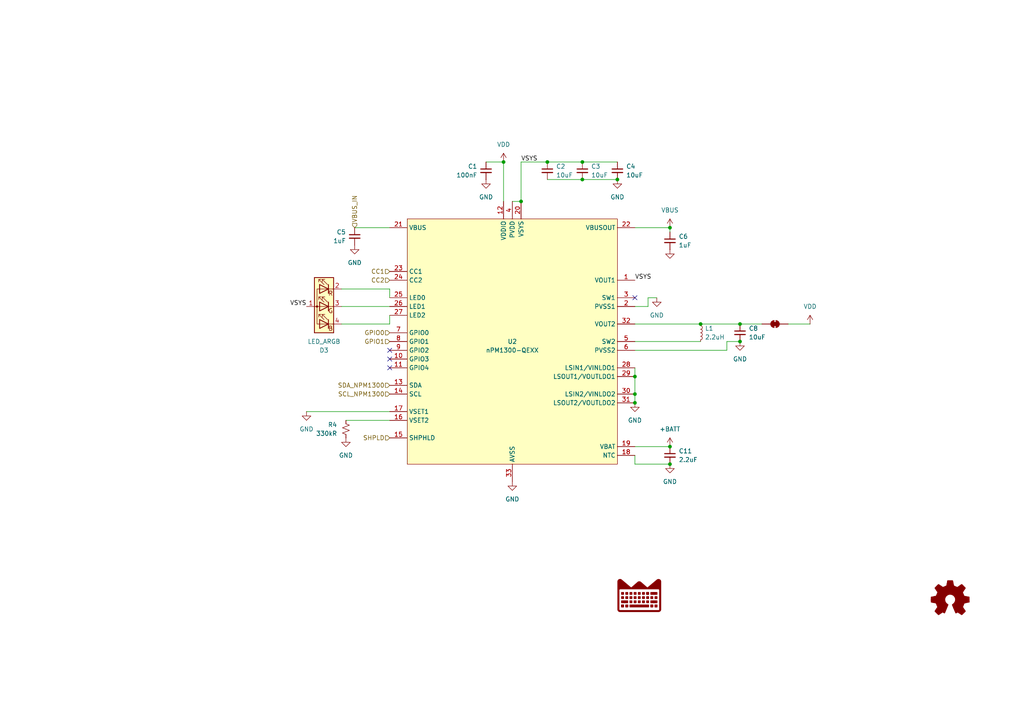
<source format=kicad_sch>
(kicad_sch (version 20250114) (generator "eeschema") (generator_version "9.0")
  (paper "A4")
  (title_block (title "RoyalBlue54L") (date "2025-01-25") (rev "0.0.1") (company "Lord's Boards"))
  (lib_symbols
    (symbol "Device:C_Small" (pin_numbers (hide yes)) (pin_names (offset 0.254) (hide yes))
      (property "Reference" "C" (at 0.254 1.778 0))
      (property "Value" "C_Small" (at 0.254 -2.032 0))
      (symbol "C_Small_1_1"
        (pin passive line (at 0 2.54 270) (length 2.032) (name "~") (number "1"))
        (pin passive line (at 0 -2.54 90) (length 2.032) (name "~") (number "2"))
      )
    )
    (symbol "Device:LED_ARGB" (pin_names (offset 0) (hide yes))
      (property "Reference" "D" (at 0 9.398 0))
      (property "Value" "LED_ARGB" (at 0 -8.89 0))
      (symbol "LED_ARGB_0_0"
        (text "R" (at -1.905 3.81 0) (effects (font (size 1.27 1.27))))
        (text "G" (at -1.905 -1.27 0) (effects (font (size 1.27 1.27))))
        (text "B" (at -1.905 -6.35 0) (effects (font (size 1.27 1.27))))
      )
      (symbol "LED_ARGB_1_1"
        (pin passive line (at -5.08 5.08 0) (length 2.54) (name "RK") (number "2"))
        (pin passive line (at -5.08 0 0) (length 2.54) (name "GK") (number "3"))
        (pin passive line (at -5.08 -5.08 0) (length 2.54) (name "BK") (number "4"))
        (pin passive line (at 5.08 0 180) (length 2.54) (name "A") (number "1"))
      )
    )
    (symbol "Device:L_Small" (pin_numbers (hide yes)) (pin_names (offset 0.254) (hide yes))
      (property "Reference" "L" (at 0.762 1.016 0))
      (property "Value" "L_Small" (at 0.762 -1.016 0))
      (symbol "L_Small_1_1"
        (pin passive line (at 0 2.54 270) (length 0.508) (name "~") (number "1"))
        (pin passive line (at 0 -2.54 90) (length 0.508) (name "~") (number "2"))
      )
    )
    (symbol "Device:R_Small_US" (pin_numbers (hide yes)) (pin_names (offset 0.254) (hide yes))
      (property "Reference" "R" (at 0.762 0.508 0))
      (property "Value" "R_Small_US" (at 0.762 -1.016 0))
      (symbol "R_Small_US_1_1"
        (pin passive line (at 0 2.54 270) (length 1.016) (name "~") (number "1"))
        (pin passive line (at 0 -2.54 90) (length 1.016) (name "~") (number "2"))
      )
    )
    (symbol "Graphic:Logo_Open_Hardware_Small" (in_bom no) (on_board no))
    (symbol "Jumper:SolderJumper_2_Bridged" (pin_numbers (hide yes)) (pin_names (offset 0) (hide yes)) (exclude_from_sim yes) (in_bom no)
      (property "Reference" "JP" (at 0 2.032 0))
      (property "Value" "SolderJumper_2_Bridged" (at 0 -2.54 0))
      (symbol "SolderJumper_2_Bridged_1_1"
        (pin passive line (at -3.81 0 0) (length 2.54) (name "A") (number "1"))
        (pin passive line (at 3.81 0 180) (length 2.54) (name "B") (number "2"))
      )
    )
    (symbol "LordsBoards-Graphic:LordsBoardsLogo" (in_bom no) (on_board no))
    (symbol "nordic-lib-kicad-npm:nPM1300-QEXX"
      (property "Reference" "U" (at 0 0 0))
      (property "Value" "nPM1300-QEXX" (at 0 -2.54 0))
      (symbol "nPM1300-QEXX_0_0"
        (pin power_in line (at -35.56 33.02 0) (length 5.08) (name "VBUS") (number "21"))
        (pin bidirectional line (at -35.56 20.32 0) (length 5.08) (name "CC1") (number "23"))
        (pin bidirectional line (at -35.56 17.78 0) (length 5.08) (name "CC2") (number "24"))
        (pin open_collector line (at -35.56 12.7 0) (length 5.08) (name "LED0") (number "25"))
        (pin open_collector line (at -35.56 10.16 0) (length 5.08) (name "LED1") (number "26"))
        (pin open_collector line (at -35.56 7.62 0) (length 5.08) (name "LED2") (number "27"))
        (pin bidirectional line (at -35.56 2.54 0) (length 5.08) (name "GPIO0") (number "7"))
        (pin bidirectional line (at -35.56 0 0) (length 5.08) (name "GPIO1") (number "8"))
        (pin bidirectional line (at -35.56 -2.54 0) (length 5.08) (name "GPIO2") (number "9"))
        (pin bidirectional line (at -35.56 -5.08 0) (length 5.08) (name "GPIO3") (number "10"))
        (pin bidirectional line (at -35.56 -7.62 0) (length 5.08) (name "GPIO4") (number "11"))
        (pin bidirectional line (at -35.56 -12.7 0) (length 5.08) (name "SDA") (number "13"))
        (pin bidirectional line (at -35.56 -15.24 0) (length 5.08) (name "SCL") (number "14"))
        (pin passive line (at -35.56 -20.32 0) (length 5.08) (name "VSET1") (number "17"))
        (pin passive line (at -35.56 -22.86 0) (length 5.08) (name "VSET2") (number "16"))
        (pin input line (at -35.56 -27.94 0) (length 5.08) (name "SHPHLD") (number "15"))
        (pin power_in line (at -2.54 40.64 270) (length 5.08) (name "VDDIO") (number "12"))
        (pin power_in line (at 0 40.64 270) (length 5.08) (name "PVDD") (number "4"))
        (pin power_in line (at 0 -40.64 90) (length 5.08) (name "AVSS") (number "33"))
        (pin power_out line (at 2.54 40.64 270) (length 5.08) (name "VSYS") (number "20"))
        (pin power_out line (at 35.56 33.02 180) (length 5.08) (name "VBUSOUT") (number "22"))
        (pin power_out line (at 35.56 17.78 180) (length 5.08) (name "VOUT1") (number "1"))
        (pin passive line (at 35.56 12.7 180) (length 5.08) (name "SW1") (number "3"))
        (pin power_out line (at 35.56 5.08 180) (length 5.08) (name "VOUT2") (number "32"))
        (pin passive line (at 35.56 0 180) (length 5.08) (name "SW2") (number "5"))
        (pin output line (at 35.56 -10.16 180) (length 5.08) (name "LSOUT1/VOUTLDO1") (number "29"))
        (pin input line (at 35.56 -15.24 180) (length 5.08) (name "LSIN2/VINLDO2") (number "30"))
        (pin output line (at 35.56 -17.78 180) (length 5.08) (name "LSOUT2/VOUTLDO2") (number "31"))
        (pin power_in line (at 35.56 -30.48 180) (length 5.08) (name "VBAT") (number "19"))
        (pin passive line (at 35.56 -33.02 180) (length 5.08) (name "NTC") (number "18"))
      )
      (symbol "nPM1300-QEXX_1_0"
        (pin power_in line (at 35.56 10.16 180) (length 5.08) (name "PVSS1") (number "2"))
        (pin power_in line (at 35.56 -2.54 180) (length 5.08) (name "PVSS2") (number "6"))
        (pin input line (at 35.56 -7.62 180) (length 5.08) (name "LSIN1/VINLDO1") (number "28"))
      )
    )
    (symbol "power:+BATT" (power) (pin_numbers (hide yes)) (pin_names (offset 0) (hide yes))
      (property "Value" "+BATT" (at 0 3.556 0))
      (symbol "+BATT_1_1"
        (pin power_in line (at 0 0 90) (length 0) (name "~") (number "1"))
      )
    )
    (symbol "power:GND" (power) (pin_numbers (hide yes)) (pin_names (offset 0) (hide yes))
      (property "Value" "GND" (at 0 -3.81 0))
      (symbol "GND_1_1"
        (pin power_in line (at 0 0 270) (length 0) (name "~") (number "1"))
      )
    )
    (symbol "power:VBUS" (power) (pin_numbers (hide yes)) (pin_names (offset 0) (hide yes))
      (property "Value" "VBUS" (at 0 3.556 0))
      (symbol "VBUS_1_1"
        (pin power_in line (at 0 0 90) (length 0) (name "~") (number "1"))
      )
    )
    (symbol "power:VDD" (power) (pin_numbers (hide yes)) (pin_names (offset 0) (hide yes))
      (property "Value" "VDD" (at 0 3.556 0))
      (symbol "VDD_1_1"
        (pin power_in line (at 0 0 90) (length 0) (name "~") (number "1"))
      )
    )
  )
  (junction (at 184.15 109.22))
  (junction (at 168.91 52.07))
  (junction (at 179.07 52.07))
  (junction (at 214.63 99.06))
  (junction (at 194.31 129.54))
  (junction (at 194.31 134.62))
  (junction (at 146.05 46.99))
  (junction (at 203.2 93.98))
  (junction (at 158.75 46.99))
  (junction (at 194.31 66.04))
  (junction (at 168.91 46.99))
  (junction (at 214.63 93.98))
  (junction (at 184.15 114.3))
  (junction (at 151.13 58.42))
  (junction (at 184.15 116.84))
  (no_connect (at 184.15 86.36))
  (no_connect (at 113.03 101.6))
  (no_connect (at 113.03 106.68))
  (no_connect (at 113.03 104.14))
  (wire (pts (xy 190.5 86.36) (xy 187.96 86.36)))
  (wire (pts (xy 184.15 106.68) (xy 184.15 109.22)))
  (wire (pts (xy 168.91 46.99) (xy 179.07 46.99)))
  (wire (pts (xy 220.98 93.98) (xy 214.63 93.98)))
  (wire (pts (xy 194.31 66.04) (xy 184.15 66.04)))
  (wire (pts (xy 187.96 88.9) (xy 184.15 88.9)))
  (wire (pts (xy 113.03 83.82) (xy 113.03 86.36)))
  (wire (pts (xy 187.96 86.36) (xy 187.96 88.9)))
  (wire (pts (xy 151.13 46.99) (xy 158.75 46.99)))
  (wire (pts (xy 100.33 121.92) (xy 113.03 121.92)))
  (wire (pts (xy 102.87 66.04) (xy 113.03 66.04)))
  (wire (pts (xy 184.15 132.08) (xy 184.15 134.62)))
  (wire (pts (xy 99.06 93.98) (xy 113.03 93.98)))
  (wire (pts (xy 113.03 93.98) (xy 113.03 91.44)))
  (wire (pts (xy 184.15 114.3) (xy 184.15 116.84)))
  (wire (pts (xy 184.15 109.22) (xy 184.15 114.3)))
  (wire (pts (xy 168.91 52.07) (xy 179.07 52.07)))
  (wire (pts (xy 151.13 46.99) (xy 151.13 58.42)))
  (wire (pts (xy 234.95 93.98) (xy 228.6 93.98)))
  (wire (pts (xy 146.05 46.99) (xy 146.05 58.42)))
  (wire (pts (xy 158.75 52.07) (xy 168.91 52.07)))
  (wire (pts (xy 146.05 46.99) (xy 140.97 46.99)))
  (wire (pts (xy 158.75 46.99) (xy 168.91 46.99)))
  (wire (pts (xy 184.15 134.62) (xy 194.31 134.62)))
  (wire (pts (xy 210.82 101.6) (xy 210.82 99.06)))
  (wire (pts (xy 194.31 66.04) (xy 194.31 67.31)))
  (wire (pts (xy 184.15 129.54) (xy 194.31 129.54)))
  (wire (pts (xy 184.15 101.6) (xy 210.82 101.6)))
  (wire (pts (xy 210.82 99.06) (xy 214.63 99.06)))
  (wire (pts (xy 99.06 83.82) (xy 113.03 83.82)))
  (wire (pts (xy 88.9 119.38) (xy 113.03 119.38)))
  (wire (pts (xy 184.15 93.98) (xy 203.2 93.98)))
  (wire (pts (xy 203.2 93.98) (xy 214.63 93.98)))
  (wire (pts (xy 99.06 88.9) (xy 113.03 88.9)))
  (wire (pts (xy 184.15 99.06) (xy 203.2 99.06)))
  (wire (pts (xy 151.13 58.42) (xy 148.59 58.42)))
  (label "VSYS" (at 184.15 81.28 0))
  (label "VSYS" (at 151.13 46.99 0))
  (label "VSYS" (at 88.9 88.9 180))
  (hierarchical_label "GPIO0" (shape input) (at 113.03 96.52 180))
  (hierarchical_label "GPIO1" (shape input) (at 113.03 99.06 180))
  (hierarchical_label "CC1" (shape input) (at 113.03 78.74 180))
  (hierarchical_label "SHPLD" (shape input) (at 113.03 127 180))
  (hierarchical_label "CC2" (shape input) (at 113.03 81.28 180))
  (hierarchical_label "SCL_NPM1300" (shape input) (at 113.03 114.3 180))
  (hierarchical_label "SDA_NPM1300" (shape input) (at 113.03 111.76 180))
  (hierarchical_label "VBUS_IN" (shape input) (at 102.87 66.04 90))
  (symbol (lib_id "Device:C_Small") (at 194.31 132.08 0) (mirror y) (unit 1)
    (property "Reference" "C11" (at 196.85 130.8162 0) (effects (justify right)))
    (property "Value" "2.2uF" (at 196.85 133.3562 0) (effects (justify right)))
    (property "Footprint" "Capacitor_SMD:C_0603_1608Metric" (effects (hide yes)))
    (property "Description" "Unpolarized capacitor, small symbol" (effects (hide yes)))
    (property "LCSC" "C23630" (effects (hide yes)))
  )
  (symbol (lib_id "power:VBUS") (at 194.31 66.04 0) (unit 1)
    (property "Reference" "#PWR041" (effects (hide yes)))
    (property "Value" "VBUS" (at 194.31 60.96 0))
    (property "Description" "Power symbol creates a global label with name \"VBUS\"" (effects (hide yes)))
  )
  (symbol (lib_id "Device:L_Small") (at 203.2 96.52 0) (unit 1)
    (property "Reference" "L1" (at 204.47 95.2499 0) (effects (justify left)))
    (property "Value" "2.2uH" (at 204.47 97.7899 0) (effects (justify left)))
    (property "Footprint" "Inductor_SMD:L_0603_1608Metric" (effects (hide yes)))
    (property "Description" "Inductor, small symbol" (effects (hide yes)))
    (property "LCSC" "C337910" (effects (hide yes)))
  )
  (symbol (lib_id "power:GND") (at 194.31 134.62 0) (mirror y) (unit 1)
    (property "Reference" "#PWR033" (effects (hide yes)))
    (property "Value" "GND" (at 194.31 139.7 0))
    (property "Description" "Power symbol creates a global label with name \"GND\" , ground" (effects (hide yes)))
  )
  (symbol (lib_id "Graphic:Logo_Open_Hardware_Small") (at 275.59 173.99 0) (unit 1) (in_bom no) (on_board no)
    (property "Reference" "#SYM4" (effects (hide yes)))
    (property "Value" "Logo_Open_Hardware_Small" (effects (hide yes)))
  )
  (symbol (lib_id "power:VDD") (at 234.95 93.98 0) (unit 1)
    (property "Reference" "#PWR021" (effects (hide yes)))
    (property "Value" "VDD" (at 234.95 88.9 0))
    (property "Description" "Power symbol creates a global label with name \"VDD\"" (effects (hide yes)))
  )
  (symbol (lib_id "power:GND") (at 179.07 52.07 0) (mirror y) (unit 1)
    (property "Reference" "#PWR017" (effects (hide yes)))
    (property "Value" "GND" (at 179.07 57.15 0))
    (property "Description" "Power symbol creates a global label with name \"GND\" , ground" (effects (hide yes)))
  )
  (symbol (lib_id "Device:C_Small") (at 102.87 68.58 0) (unit 1)
    (property "Reference" "C5" (at 100.33 67.3162 0) (effects (justify right)))
    (property "Value" "1uF" (at 100.33 69.8562 0) (effects (justify right)))
    (property "Footprint" "Capacitor_SMD:C_0603_1608Metric" (effects (hide yes)))
    (property "Description" "Unpolarized capacitor, small symbol" (effects (hide yes)))
    (property "LCSC" "C15849" (effects (hide yes)))
  )
  (symbol (lib_id "power:GND") (at 184.15 116.84 0) (mirror y) (unit 1)
    (property "Reference" "#PWR030" (effects (hide yes)))
    (property "Value" "GND" (at 184.15 121.92 0))
    (property "Description" "Power symbol creates a global label with name \"GND\" , ground" (effects (hide yes)))
  )
  (symbol (lib_id "LordsBoards-Graphic:LordsBoardsLogo") (at 185.42 172.72 0) (unit 1) (in_bom no) (on_board no)
    (property "Reference" "#SYM3" (effects (hide yes)))
  )
  (symbol (lib_id "Device:C_Small") (at 214.63 96.52 0) (mirror y) (unit 1)
    (property "Reference" "C8" (at 217.17 95.2562 0) (effects (justify right)))
    (property "Value" "10uF" (at 217.17 97.7962 0) (effects (justify right)))
    (property "Footprint" "Capacitor_SMD:C_0603_1608Metric" (effects (hide yes)))
    (property "Description" "Unpolarized capacitor, small symbol" (effects (hide yes)))
    (property "LCSC" "C96446" (effects (hide yes)))
  )
  (symbol (lib_id "power:GND") (at 214.63 99.06 0) (mirror y) (unit 1)
    (property "Reference" "#PWR022" (effects (hide yes)))
    (property "Value" "GND" (at 214.63 104.14 0))
    (property "Description" "Power symbol creates a global label with name \"GND\" , ground" (effects (hide yes)))
  )
  (symbol (lib_id "Device:LED_ARGB") (at 93.98 88.9 0) (mirror y) (unit 1)
    (property "Reference" "D3" (at 93.98 101.6 0))
    (property "Value" "LED_ARGB" (at 93.98 99.06 0))
    (property "Footprint" "LED_SMD:LED_Wurth_150044M155260" (effects (hide yes)))
    (property "Description" "RGB LED, anode/red/green/blue" (effects (hide yes)))
    (property "LCSC" "C404280" (effects (hide yes)))
  )
  (symbol (lib_id "Device:C_Small") (at 168.91 49.53 0) (mirror y) (unit 1)
    (property "Reference" "C3" (at 171.45 48.2662 0) (effects (justify right)))
    (property "Value" "10uF" (at 171.45 50.8062 0) (effects (justify right)))
    (property "Footprint" "Capacitor_SMD:C_0603_1608Metric" (effects (hide yes)))
    (property "Description" "Unpolarized capacitor, small symbol" (effects (hide yes)))
    (property "LCSC" "C96446" (effects (hide yes)))
  )
  (symbol (lib_id "power:GND") (at 102.87 71.12 0) (unit 1)
    (property "Reference" "#PWR018" (effects (hide yes)))
    (property "Value" "GND" (at 102.87 76.2 0))
    (property "Description" "Power symbol creates a global label with name \"GND\" , ground" (effects (hide yes)))
  )
  (symbol (lib_id "power:GND") (at 88.9 119.38 0) (mirror y) (unit 1)
    (property "Reference" "#PWR031" (effects (hide yes)))
    (property "Value" "GND" (at 88.9 124.46 0))
    (property "Description" "Power symbol creates a global label with name \"GND\" , ground" (effects (hide yes)))
  )
  (symbol (lib_id "Device:C_Small") (at 179.07 49.53 0) (mirror y) (unit 1)
    (property "Reference" "C4" (at 181.61 48.2662 0) (effects (justify right)))
    (property "Value" "10uF" (at 181.61 50.8062 0) (effects (justify right)))
    (property "Footprint" "Capacitor_SMD:C_0603_1608Metric" (effects (hide yes)))
    (property "Description" "Unpolarized capacitor, small symbol" (effects (hide yes)))
    (property "LCSC" "C96446" (effects (hide yes)))
  )
  (symbol (lib_id "power:+BATT") (at 194.31 129.54 0) (unit 1)
    (property "Reference" "#PWR035" (effects (hide yes)))
    (property "Value" "+BATT" (at 194.31 124.46 0))
    (property "Description" "Power symbol creates a global label with name \"+BATT\"" (effects (hide yes)))
  )
  (symbol (lib_id "Device:C_Small") (at 194.31 69.85 0) (mirror y) (unit 1)
    (property "Reference" "C6" (at 196.85 68.5862 0) (effects (justify right)))
    (property "Value" "1uF" (at 196.85 71.1262 0) (effects (justify right)))
    (property "Footprint" "Capacitor_SMD:C_0603_1608Metric" (effects (hide yes)))
    (property "Description" "Unpolarized capacitor, small symbol" (effects (hide yes)))
    (property "LCSC" "C15849" (effects (hide yes)))
  )
  (symbol (lib_id "Device:C_Small") (at 158.75 49.53 0) (mirror y) (unit 1)
    (property "Reference" "C2" (at 161.29 48.2662 0) (effects (justify right)))
    (property "Value" "10uF" (at 161.29 50.8062 0) (effects (justify right)))
    (property "Footprint" "Capacitor_SMD:C_0603_1608Metric" (effects (hide yes)))
    (property "Description" "Unpolarized capacitor, small symbol" (effects (hide yes)))
    (property "LCSC" "C96446" (effects (hide yes)))
  )
  (symbol (lib_id "power:GND") (at 140.97 52.07 0) (unit 1)
    (property "Reference" "#PWR016" (effects (hide yes)))
    (property "Value" "GND" (at 140.97 57.15 0))
    (property "Description" "Power symbol creates a global label with name \"GND\" , ground" (effects (hide yes)))
  )
  (symbol (lib_id "power:GND") (at 148.59 139.7 0) (unit 1)
    (property "Reference" "#PWR034" (effects (hide yes)))
    (property "Value" "GND" (at 148.59 144.78 0))
    (property "Description" "Power symbol creates a global label with name \"GND\" , ground" (effects (hide yes)))
  )
  (symbol (lib_id "nordic-lib-kicad-npm:nPM1300-QEXX") (at 148.59 99.06 0) (unit 1)
    (property "Reference" "U2" (at 148.59 99.06 0))
    (property "Value" "nPM1300-QEXX" (at 148.59 101.6 0))
    (property "Footprint" "Package_DFN_QFN:QFN-32-1EP_5x5mm_P0.5mm_EP3.6x3.6mm_ThermalVias" (effects (hide yes)))
    (property "Datasheet" "https://docs.nordicsemi.com/bundle/ps_npm1300" (effects (hide yes)))
    (property "Description" "PMIC, LED Driver, Battery Charger, QFN-32" (effects (hide yes)))
    (property "LCSC" "C7466043" (effects (hide yes)))
  )
  (symbol (lib_id "Device:C_Small") (at 140.97 49.53 0) (unit 1)
    (property "Reference" "C1" (at 138.43 48.2662 0) (effects (justify right)))
    (property "Value" "100nF" (at 138.43 50.8062 0) (effects (justify right)))
    (property "Footprint" "Capacitor_SMD:C_0402_1005Metric" (effects (hide yes)))
    (property "Description" "Unpolarized capacitor, small symbol" (effects (hide yes)))
    (property "LCSC" "C307331" (effects (hide yes)))
  )
  (symbol (lib_id "power:VDD") (at 146.05 46.99 0) (unit 1)
    (property "Reference" "#PWR015" (effects (hide yes)))
    (property "Value" "VDD" (at 146.05 41.91 0))
    (property "Description" "Power symbol creates a global label with name \"VDD\"" (effects (hide yes)))
  )
  (symbol (lib_id "Jumper:SolderJumper_2_Bridged") (at 224.79 93.98 0) (unit 1) (exclude_from_sim yes) (in_bom no)
    (property "Reference" "JP1" (effects (hide yes)))
    (property "Value" "SolderJumper_2_Bridged" (effects (hide yes)))
    (property "Footprint" "Jumper:SolderJumper-2_P1.3mm_Bridged_RoundedPad1.0x1.5mm" (effects (hide yes)))
    (property "Description" "Solder Jumper, 2-pole, closed/bridged" (effects (hide yes)))
  )
  (symbol (lib_id "Device:R_Small_US") (at 100.33 124.46 0) (unit 1)
    (property "Reference" "R4" (at 97.79 123.1899 0) (effects (justify right)))
    (property "Value" "330kR" (at 97.79 125.7299 0) (effects (justify right)))
    (property "Footprint" "Resistor_SMD:R_0402_1005Metric" (effects (hide yes)))
    (property "Description" "Resistor, small US symbol" (effects (hide yes)))
    (property "LCSC" "C25778" (effects (hide yes)))
  )
  (symbol (lib_id "power:GND") (at 190.5 86.36 0) (mirror y) (unit 1)
    (property "Reference" "#PWR020" (effects (hide yes)))
    (property "Value" "GND" (at 190.5 91.44 0))
    (property "Description" "Power symbol creates a global label with name \"GND\" , ground" (effects (hide yes)))
  )
  (symbol (lib_id "power:GND") (at 194.31 72.39 0) (mirror y) (unit 1)
    (property "Reference" "#PWR019" (effects (hide yes)))
    (property "Value" "GND" (effects (hide yes)))
    (property "Description" "Power symbol creates a global label with name \"GND\" , ground" (effects (hide yes)))
  )
  (symbol (lib_id "power:GND") (at 100.33 127 0) (unit 1)
    (property "Reference" "#PWR032" (effects (hide yes)))
    (property "Value" "GND" (at 100.33 132.08 0))
    (property "Description" "Power symbol creates a global label with name \"GND\" , ground" (effects (hide yes)))
  )
)
</source>
